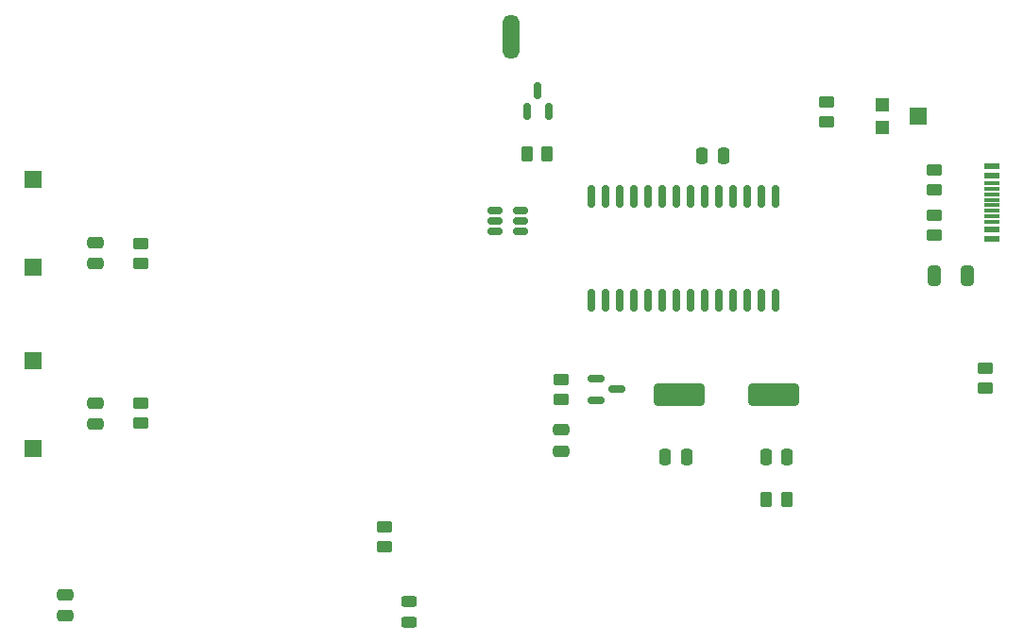
<source format=gtp>
G04 #@! TF.GenerationSoftware,KiCad,Pcbnew,9.0.2*
G04 #@! TF.CreationDate,2025-07-11T13:16:32+02:00*
G04 #@! TF.ProjectId,TeslaBMBCheck,5465736c-6142-44d4-9243-6865636b2e6b,1.0*
G04 #@! TF.SameCoordinates,Original*
G04 #@! TF.FileFunction,Paste,Top*
G04 #@! TF.FilePolarity,Positive*
%FSLAX46Y46*%
G04 Gerber Fmt 4.6, Leading zero omitted, Abs format (unit mm)*
G04 Created by KiCad (PCBNEW 9.0.2) date 2025-07-11 13:16:32*
%MOMM*%
%LPD*%
G01*
G04 APERTURE LIST*
G04 Aperture macros list*
%AMRoundRect*
0 Rectangle with rounded corners*
0 $1 Rounding radius*
0 $2 $3 $4 $5 $6 $7 $8 $9 X,Y pos of 4 corners*
0 Add a 4 corners polygon primitive as box body*
4,1,4,$2,$3,$4,$5,$6,$7,$8,$9,$2,$3,0*
0 Add four circle primitives for the rounded corners*
1,1,$1+$1,$2,$3*
1,1,$1+$1,$4,$5*
1,1,$1+$1,$6,$7*
1,1,$1+$1,$8,$9*
0 Add four rect primitives between the rounded corners*
20,1,$1+$1,$2,$3,$4,$5,0*
20,1,$1+$1,$4,$5,$6,$7,0*
20,1,$1+$1,$6,$7,$8,$9,0*
20,1,$1+$1,$8,$9,$2,$3,0*%
G04 Aperture macros list end*
%ADD10RoundRect,0.150000X0.150000X-0.587500X0.150000X0.587500X-0.150000X0.587500X-0.150000X-0.587500X0*%
%ADD11RoundRect,0.250000X0.450000X-0.262500X0.450000X0.262500X-0.450000X0.262500X-0.450000X-0.262500X0*%
%ADD12RoundRect,0.243750X0.456250X-0.243750X0.456250X0.243750X-0.456250X0.243750X-0.456250X-0.243750X0*%
%ADD13RoundRect,0.250000X0.325000X0.650000X-0.325000X0.650000X-0.325000X-0.650000X0.325000X-0.650000X0*%
%ADD14RoundRect,0.250000X-0.250000X-0.475000X0.250000X-0.475000X0.250000X0.475000X-0.250000X0.475000X0*%
%ADD15RoundRect,0.250000X0.475000X-0.250000X0.475000X0.250000X-0.475000X0.250000X-0.475000X-0.250000X0*%
%ADD16RoundRect,0.250000X-0.262500X-0.450000X0.262500X-0.450000X0.262500X0.450000X-0.262500X0.450000X0*%
%ADD17RoundRect,0.150000X-0.587500X-0.150000X0.587500X-0.150000X0.587500X0.150000X-0.587500X0.150000X0*%
%ADD18RoundRect,0.250000X-2.000000X-0.750000X2.000000X-0.750000X2.000000X0.750000X-2.000000X0.750000X0*%
%ADD19RoundRect,0.250000X0.262500X0.450000X-0.262500X0.450000X-0.262500X-0.450000X0.262500X-0.450000X0*%
%ADD20RoundRect,0.250000X-0.450000X0.262500X-0.450000X-0.262500X0.450000X-0.262500X0.450000X0.262500X0*%
%ADD21R,1.500000X1.500000*%
%ADD22RoundRect,0.150000X-0.512500X-0.150000X0.512500X-0.150000X0.512500X0.150000X-0.512500X0.150000X0*%
%ADD23R,1.200000X1.200000*%
%ADD24R,1.500000X1.600000*%
%ADD25RoundRect,0.250000X-0.475000X0.250000X-0.475000X-0.250000X0.475000X-0.250000X0.475000X0.250000X0*%
%ADD26RoundRect,0.150000X0.150000X-0.875000X0.150000X0.875000X-0.150000X0.875000X-0.150000X-0.875000X0*%
%ADD27R,1.450000X0.600000*%
%ADD28R,1.450000X0.300000*%
%ADD29O,1.501140X4.000500*%
G04 APERTURE END LIST*
D10*
X125100000Y-56896000D03*
X127000000Y-56896000D03*
X126050000Y-55021000D03*
D11*
X166116000Y-81684500D03*
X166116000Y-79859500D03*
D12*
X114503200Y-102662200D03*
X114503200Y-100787200D03*
D13*
X164543000Y-71628000D03*
X161593000Y-71628000D03*
D11*
X161544000Y-67968500D03*
X161544000Y-66143500D03*
D14*
X140782000Y-60833000D03*
X142682000Y-60833000D03*
D11*
X151892000Y-57808500D03*
X151892000Y-55983500D03*
D15*
X86360000Y-70526000D03*
X86360000Y-68626000D03*
D11*
X128094500Y-82700500D03*
X128094500Y-80875500D03*
D14*
X146490000Y-87884000D03*
X148390000Y-87884000D03*
D16*
X125071500Y-60706000D03*
X126896500Y-60706000D03*
D17*
X131221000Y-80838000D03*
X131221000Y-82738000D03*
X133096000Y-81788000D03*
D18*
X138684000Y-82296000D03*
X147184000Y-82296000D03*
D19*
X148359500Y-91694000D03*
X146534500Y-91694000D03*
D15*
X86360000Y-84897000D03*
X86360000Y-82997000D03*
D20*
X112268000Y-94083500D03*
X112268000Y-95908500D03*
D11*
X161544000Y-63904500D03*
X161544000Y-62079500D03*
X90424000Y-84836000D03*
X90424000Y-83011000D03*
D21*
X80772000Y-87048000D03*
X80772000Y-79248000D03*
D22*
X122179500Y-65725000D03*
X122179500Y-66675000D03*
X122179500Y-67625000D03*
X124454500Y-67625000D03*
X124454500Y-66675000D03*
X124454500Y-65725000D03*
D23*
X156918000Y-56270000D03*
D24*
X160168000Y-57270000D03*
D23*
X156918000Y-58270000D03*
D14*
X137478000Y-87884000D03*
X139378000Y-87884000D03*
D20*
X90424000Y-68683500D03*
X90424000Y-70508500D03*
D21*
X80772000Y-70792000D03*
X80772000Y-62992000D03*
D25*
X128094500Y-85410000D03*
X128094500Y-87310000D03*
D15*
X83693000Y-102103000D03*
X83693000Y-100203000D03*
D26*
X130810000Y-73816000D03*
X132080000Y-73816000D03*
X133350000Y-73816000D03*
X134620000Y-73816000D03*
X135890000Y-73816000D03*
X137160000Y-73816000D03*
X138430000Y-73816000D03*
X139700000Y-73816000D03*
X140970000Y-73816000D03*
X142240000Y-73816000D03*
X143510000Y-73816000D03*
X144780000Y-73816000D03*
X146050000Y-73816000D03*
X147320000Y-73816000D03*
X147320000Y-64516000D03*
X146050000Y-64516000D03*
X144780000Y-64516000D03*
X143510000Y-64516000D03*
X142240000Y-64516000D03*
X140970000Y-64516000D03*
X139700000Y-64516000D03*
X138430000Y-64516000D03*
X137160000Y-64516000D03*
X135890000Y-64516000D03*
X134620000Y-64516000D03*
X133350000Y-64516000D03*
X132080000Y-64516000D03*
X130810000Y-64516000D03*
D27*
X166697000Y-68249000D03*
X166697000Y-67474000D03*
D28*
X166697000Y-66774000D03*
X166697000Y-66274000D03*
X166697000Y-65774000D03*
X166697000Y-65274000D03*
X166697000Y-64774000D03*
X166697000Y-64274000D03*
X166697000Y-63774000D03*
X166697000Y-63274000D03*
D27*
X166697000Y-62574000D03*
X166697000Y-61799000D03*
D29*
X123633800Y-50205860D03*
M02*

</source>
